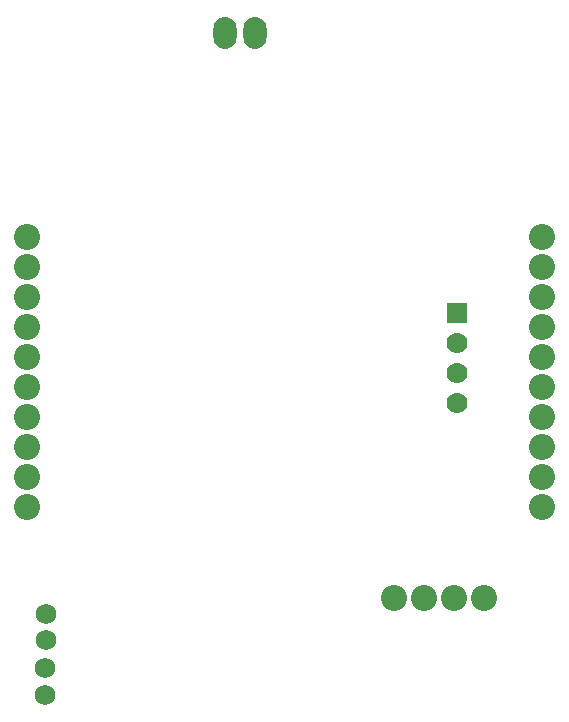
<source format=gbs>
G04*
G04 #@! TF.GenerationSoftware,Altium Limited,Altium Designer,19.0.15 (446)*
G04*
G04 Layer_Color=16711935*
%FSLAX25Y25*%
%MOIN*%
G70*
G01*
G75*
%ADD57C,0.07000*%
%ADD58R,0.07000X0.07000*%
%ADD59O,0.07690X0.10642*%
%ADD60C,0.08674*%
%ADD61C,0.06800*%
D57*
X268100Y363000D02*
D03*
Y353000D02*
D03*
Y343000D02*
D03*
D58*
Y373000D02*
D03*
D59*
X190500Y466500D02*
D03*
X200500D02*
D03*
D60*
X276833Y278200D02*
D03*
X266833D02*
D03*
X246833D02*
D03*
X256833D02*
D03*
X296400Y318500D02*
D03*
Y308500D02*
D03*
Y328500D02*
D03*
Y338500D02*
D03*
Y348500D02*
D03*
Y358500D02*
D03*
Y368500D02*
D03*
Y378500D02*
D03*
Y388500D02*
D03*
Y398500D02*
D03*
X124500Y318500D02*
D03*
Y308500D02*
D03*
Y328500D02*
D03*
Y338500D02*
D03*
Y348500D02*
D03*
Y358500D02*
D03*
Y368500D02*
D03*
Y378500D02*
D03*
Y388500D02*
D03*
Y398500D02*
D03*
D61*
X130900Y272900D02*
D03*
X130800Y254700D02*
D03*
X130600Y245900D02*
D03*
X130900Y263967D02*
D03*
M02*

</source>
